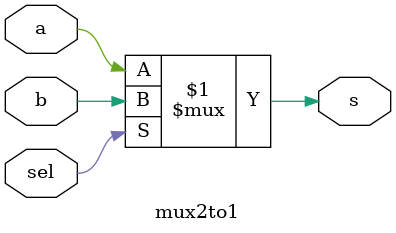
<source format=v>
module top_module (
    input c,
    input d,
    output [3:0] mux_in
);
wire c_or_d_s,zero_s,d_prime_s,c_and_d_s;
    
    mux2to1 c_or_d(.a(d),.b(1'b1),.sel(c),.s(c_or_d_s));
    mux2to1 zero(.a(1'b0),.b(1'b0),.sel(c),.s(zero_s));
    mux2to1 d_prime(.a(1'b1),.b(1'b0),.sel(d),.s(d_prime_s));
    mux2to1 c_and_d(.a(1'b0),.b(d),.sel(c),.s(c_and_d_s));
  
    assign mux_in[0] = c_or_d_s;
    assign mux_in[1] = zero_s;
    assign mux_in[2] = d_prime_s;
    assign mux_in[3] = c_and_d_s;

endmodule

module mux2to1 (
    input a,
    input b,
    input sel,
    output s
);
  
    assign s = sel ? b : a;
  
endmodule

</source>
